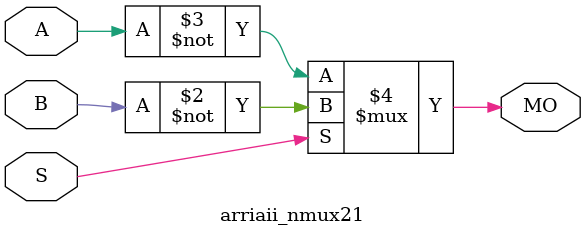
<source format=v>
module arriaii_nmux21 (MO, A, B, S);
   input A, B, S; 
   output MO; 
   assign MO = (S == 1) ? ~B : ~A; 
endmodule
</source>
